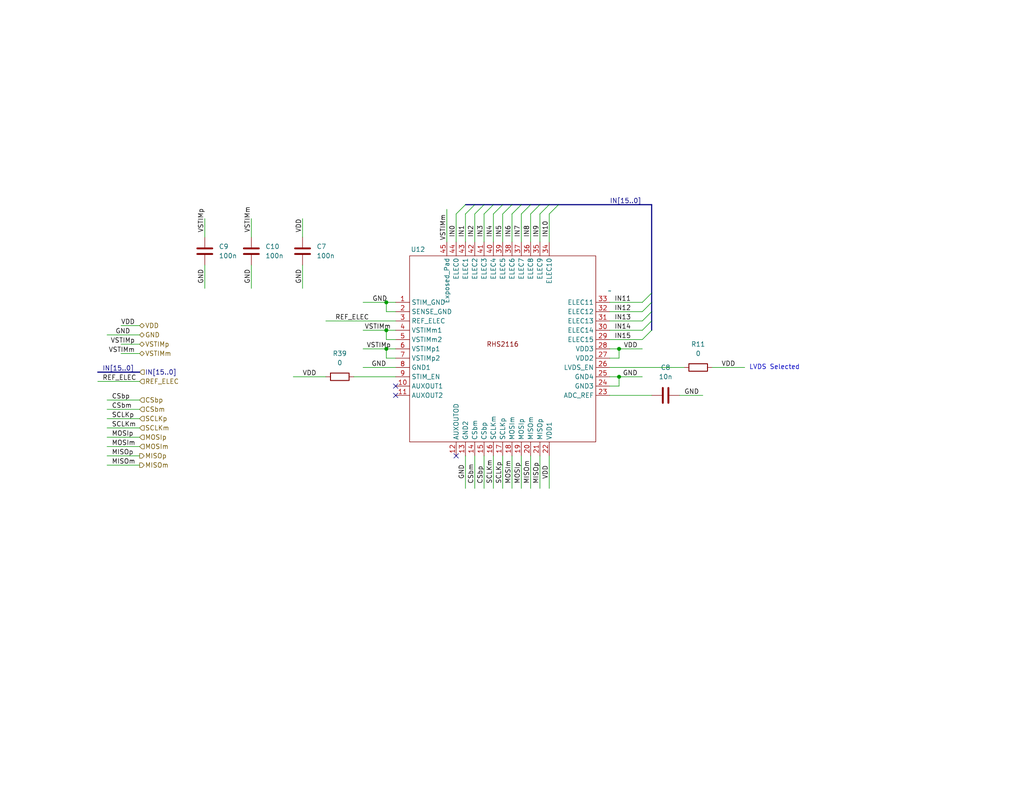
<source format=kicad_sch>
(kicad_sch (version 20231120) (generator "eeschema") (generator_version "8.0")
  (paper "USLetter")
  (title_block (title "Iris-128S") (date "2024-04-12") (rev "1.0.0") (company "OpenIC"))
  (lib_symbols
    (symbol "Device:C" (pin_numbers hide) (pin_names (offset 0.254))
      (property "Reference" "C" (at 0.635 2.54 0))
      (property "Value" "C" (at 0.635 -2.54 0))
      (symbol "C_0_1"
        (polyline (pts (xy -2.032 -0.762) (xy 2.032 -0.762)) (stroke (width 0.508)))
        (polyline (pts (xy -2.032 0.762) (xy 2.032 0.762)) (stroke (width 0.508)))
      )
      (symbol "C_1_1"
        (pin passive line (at 0 3.81 270) (length 2.794) (name "~") (number "1"))
        (pin passive line (at 0 -3.81 90) (length 2.794) (name "~") (number "2"))
      )
    )
    (symbol "Device:R" (pin_numbers hide) (pin_names (offset 0))
      (property "Reference" "R" (at 2.032 0 90))
      (property "Value" "R" (at 0 0 90))
      (symbol "R_0_1"
        (rectangle (start -1.016 -2.54) (end 1.016 2.54) (stroke (width 0.254)))
      )
      (symbol "R_1_1"
        (pin passive line (at 0 3.81 270) (length 1.27) (name "~") (number "1"))
        (pin passive line (at 0 -3.81 90) (length 1.27) (name "~") (number "2"))
      )
    )
    (symbol "openic_main:RHS2116"
      (property "Reference" "U" (at 1.27 13.97 0))
      (symbol "RHS2116_0_1"
        (rectangle (start 0 12.7) (end 50.8 -38.1))
      )
      (symbol "RHS2116_1_1"
        (text "RHS2116" (at 25.4 -11.43 0) (effects (font (size 1.27 1.27))))
        (pin power_in line (at -3.81 0 0) (length 3.81) (name "STIM_GND") (number "1"))
        (pin output line (at -3.81 -22.86 0) (length 3.81) (name "AUXOUT1") (number "10"))
        (pin output line (at -3.81 -25.4 0) (length 3.81) (name "AUXOUT2") (number "11"))
        (pin output line (at 12.7 -41.91 90) (length 3.81) (name "AUXOUTOD") (number "12"))
        (pin power_in line (at 15.24 -41.91 90) (length 3.81) (name "GND2") (number "13"))
        (pin input line (at 17.78 -41.91 90) (length 3.81) (name "CSbm") (number "14"))
        (pin input line (at 20.32 -41.91 90) (length 3.81) (name "CSbp") (number "15"))
        (pin input line (at 22.86 -41.91 90) (length 3.81) (name "SCLKm") (number "16"))
        (pin input line (at 25.4 -41.91 90) (length 3.81) (name "SCLKp") (number "17"))
        (pin input line (at 27.94 -41.91 90) (length 3.81) (name "MOSIm") (number "18"))
        (pin input line (at 30.48 -41.91 90) (length 3.81) (name "MOSIp") (number "19"))
        (pin power_in line (at -3.81 -2.54 0) (length 3.81) (name "SENSE_GND") (number "2"))
        (pin output line (at 33.02 -41.91 90) (length 3.81) (name "MISOm") (number "20"))
        (pin output line (at 35.56 -41.91 90) (length 3.81) (name "MISOp") (number "21"))
        (pin power_in line (at 38.1 -41.91 90) (length 3.81) (name "VDD1") (number "22"))
        (pin input line (at 54.61 -25.4 180) (length 3.81) (name "ADC_REF") (number "23"))
        (pin power_in line (at 54.61 -22.86 180) (length 3.81) (name "GND3") (number "24"))
        (pin power_in line (at 54.61 -20.32 180) (length 3.81) (name "GND4") (number "25"))
        (pin input line (at 54.61 -17.78 180) (length 3.81) (name "LVDS_EN") (number "26"))
        (pin power_in line (at 54.61 -15.24 180) (length 3.81) (name "VDD2") (number "27"))
        (pin power_in line (at 54.61 -12.7 180) (length 3.81) (name "VDD3") (number "28"))
        (pin input line (at 54.61 -10.16 180) (length 3.81) (name "ELEC15") (number "29"))
        (pin input line (at -3.81 -5.08 0) (length 3.81) (name "REF_ELEC") (number "3"))
        (pin input line (at 54.61 -7.62 180) (length 3.81) (name "ELEC14") (number "30"))
        (pin input line (at 54.61 -5.08 180) (length 3.81) (name "ELEC13") (number "31"))
        (pin input line (at 54.61 -2.54 180) (length 3.81) (name "ELEC12") (number "32"))
        (pin input line (at 54.61 0 180) (length 3.81) (name "ELEC11") (number "33"))
        (pin input line (at 38.1 16.51 270) (length 3.81) (name "ELEC10") (number "34"))
        (pin input line (at 35.56 16.51 270) (length 3.81) (name "ELEC9") (number "35"))
        (pin input line (at 33.02 16.51 270) (length 3.81) (name "ELEC8") (number "36"))
        (pin input line (at 30.48 16.51 270) (length 3.81) (name "ELEC7") (number "37"))
        (pin input line (at 27.94 16.51 270) (length 3.81) (name "ELEC6") (number "38"))
        (pin input line (at 25.4 16.51 270) (length 3.81) (name "ELEC5") (number "39"))
        (pin power_in line (at -3.81 -7.62 0) (length 3.81) (name "VSTIMm1") (number "4"))
        (pin input line (at 22.86 16.51 270) (length 3.81) (name "ELEC4") (number "40"))
        (pin input line (at 20.32 16.51 270) (length 3.81) (name "ELEC3") (number "41"))
        (pin input line (at 17.78 16.51 270) (length 3.81) (name "ELEC2") (number "42"))
        (pin input line (at 15.24 16.51 270) (length 3.81) (name "ELEC1") (number "43"))
        (pin input line (at 12.7 16.51 270) (length 3.81) (name "ELEC0") (number "44"))
        (pin power_in line (at 10.16 16.51 270) (length 3.81) (name "Exposed_Pad") (number "45"))
        (pin power_in line (at -3.81 -10.16 0) (length 3.81) (name "VSTIMm2") (number "5"))
        (pin power_in line (at -3.81 -12.7 0) (length 3.81) (name "VSTIMp1") (number "6"))
        (pin power_in line (at -3.81 -15.24 0) (length 3.81) (name "VSTIMp2") (number "7"))
        (pin power_in line (at -3.81 -17.78 0) (length 3.81) (name "GND1") (number "8"))
        (pin input line (at -3.81 -20.32 0) (length 3.81) (name "STIM_EN") (number "9"))
      )
    )
  )
  (junction (at 105.41 82.55))
  (junction (at 105.41 95.25))
  (junction (at 168.91 95.25))
  (junction (at 168.91 102.87))
  (junction (at 105.41 90.17))
  (no_connect (at 107.95 107.95))
  (no_connect (at 107.95 105.41))
  (no_connect (at 124.46 124.46))
  (bus_entry (at 142.24 58.42) (size 2.54 -2.54))
  (bus_entry (at 175.26 85.09) (size 2.54 -2.54))
  (bus_entry (at 149.86 58.42) (size 2.54 -2.54))
  (bus_entry (at 175.26 87.63) (size 2.54 -2.54))
  (bus_entry (at 137.16 58.42) (size 2.54 -2.54))
  (bus_entry (at 175.26 90.17) (size 2.54 -2.54))
  (bus_entry (at 127 58.42) (size 2.54 -2.54))
  (bus_entry (at 124.46 58.42) (size 2.54 -2.54))
  (bus_entry (at 134.62 58.42) (size 2.54 -2.54))
  (bus_entry (at 147.32 58.42) (size 2.54 -2.54))
  (bus_entry (at 139.7 58.42) (size 2.54 -2.54))
  (bus_entry (at 144.78 58.42) (size 2.54 -2.54))
  (bus_entry (at 132.08 58.42) (size 2.54 -2.54))
  (bus_entry (at 129.54 58.42) (size 2.54 -2.54))
  (bus_entry (at 175.26 82.55) (size 2.54 -2.54))
  (bus_entry (at 175.26 92.71) (size 2.54 -2.54))
  (bus (pts (xy 129.54 55.88) (xy 132.08 55.88)))
  (wire (pts (xy 82.55 59.69) (xy 82.55 64.77)))
  (wire (pts (xy 99.06 82.55) (xy 105.41 82.55)))
  (bus (pts (xy 177.8 55.88) (xy 177.8 80.01)))
  (wire (pts (xy 107.95 92.71) (xy 105.41 92.71)))
  (wire (pts (xy 166.37 97.79) (xy 168.91 97.79)))
  (wire (pts (xy 185.42 107.95) (xy 191.77 107.95)))
  (wire (pts (xy 29.21 109.22) (xy 38.1 109.22)))
  (wire (pts (xy 144.78 58.42) (xy 144.78 66.04)))
  (wire (pts (xy 96.52 102.87) (xy 107.95 102.87)))
  (wire (pts (xy 99.06 95.25) (xy 105.41 95.25)))
  (wire (pts (xy 33.02 96.52) (xy 38.1 96.52)))
  (wire (pts (xy 144.78 133.35) (xy 144.78 124.46)))
  (wire (pts (xy 168.91 105.41) (xy 168.91 102.87)))
  (wire (pts (xy 29.21 114.3) (xy 38.1 114.3)))
  (bus (pts (xy 177.8 82.55) (xy 177.8 85.09)))
  (wire (pts (xy 137.16 58.42) (xy 137.16 66.04)))
  (wire (pts (xy 142.24 58.42) (xy 142.24 66.04)))
  (wire (pts (xy 194.31 100.33) (xy 203.2 100.33)))
  (wire (pts (xy 105.41 95.25) (xy 107.95 95.25)))
  (wire (pts (xy 132.08 133.35) (xy 132.08 124.46)))
  (wire (pts (xy 105.41 92.71) (xy 105.41 90.17)))
  (wire (pts (xy 129.54 133.35) (xy 129.54 124.46)))
  (wire (pts (xy 166.37 95.25) (xy 168.91 95.25)))
  (wire (pts (xy 132.08 58.42) (xy 132.08 66.04)))
  (wire (pts (xy 55.88 72.39) (xy 55.88 78.74)))
  (wire (pts (xy 127 124.46) (xy 127 133.35)))
  (wire (pts (xy 168.91 97.79) (xy 168.91 95.25)))
  (wire (pts (xy 68.58 59.69) (xy 68.58 64.77)))
  (wire (pts (xy 29.21 119.38) (xy 38.1 119.38)))
  (wire (pts (xy 147.32 58.42) (xy 147.32 66.04)))
  (wire (pts (xy 29.21 127) (xy 38.1 127)))
  (bus (pts (xy 147.32 55.88) (xy 149.86 55.88)))
  (wire (pts (xy 166.37 105.41) (xy 168.91 105.41)))
  (wire (pts (xy 168.91 95.25) (xy 175.26 95.25)))
  (bus (pts (xy 177.8 85.09) (xy 177.8 87.63)))
  (wire (pts (xy 105.41 82.55) (xy 107.95 82.55)))
  (wire (pts (xy 134.62 133.35) (xy 134.62 124.46)))
  (wire (pts (xy 99.06 100.33) (xy 107.95 100.33)))
  (wire (pts (xy 166.37 87.63) (xy 175.26 87.63)))
  (wire (pts (xy 105.41 90.17) (xy 107.95 90.17)))
  (wire (pts (xy 134.62 58.42) (xy 134.62 66.04)))
  (wire (pts (xy 105.41 85.09) (xy 105.41 82.55)))
  (wire (pts (xy 33.02 88.9) (xy 38.1 88.9)))
  (bus (pts (xy 144.78 55.88) (xy 147.32 55.88)))
  (wire (pts (xy 124.46 58.42) (xy 124.46 66.04)))
  (wire (pts (xy 149.86 124.46) (xy 149.86 133.35)))
  (bus (pts (xy 177.8 80.01) (xy 177.8 82.55)))
  (wire (pts (xy 166.37 107.95) (xy 177.8 107.95)))
  (wire (pts (xy 166.37 92.71) (xy 175.26 92.71)))
  (wire (pts (xy 139.7 133.35) (xy 139.7 124.46)))
  (wire (pts (xy 166.37 102.87) (xy 168.91 102.87)))
  (wire (pts (xy 137.16 133.35) (xy 137.16 124.46)))
  (wire (pts (xy 33.02 93.98) (xy 38.1 93.98)))
  (wire (pts (xy 29.21 116.84) (xy 38.1 116.84)))
  (wire (pts (xy 149.86 58.42) (xy 149.86 66.04)))
  (wire (pts (xy 99.06 90.17) (xy 105.41 90.17)))
  (bus (pts (xy 142.24 55.88) (xy 144.78 55.88)))
  (wire (pts (xy 68.58 72.39) (xy 68.58 78.74)))
  (wire (pts (xy 88.9 87.63) (xy 107.95 87.63)))
  (wire (pts (xy 29.21 124.46) (xy 38.1 124.46)))
  (wire (pts (xy 168.91 102.87) (xy 175.26 102.87)))
  (bus (pts (xy 139.7 55.88) (xy 142.24 55.88)))
  (wire (pts (xy 166.37 85.09) (xy 175.26 85.09)))
  (wire (pts (xy 147.32 133.35) (xy 147.32 124.46)))
  (wire (pts (xy 105.41 97.79) (xy 105.41 95.25)))
  (wire (pts (xy 82.55 72.39) (xy 82.55 78.74)))
  (bus (pts (xy 137.16 55.88) (xy 139.7 55.88)))
  (wire (pts (xy 142.24 133.35) (xy 142.24 124.46)))
  (wire (pts (xy 29.21 91.44) (xy 38.1 91.44)))
  (wire (pts (xy 166.37 90.17) (xy 175.26 90.17)))
  (bus (pts (xy 177.8 87.63) (xy 177.8 90.17)))
  (bus (pts (xy 149.86 55.88) (xy 152.4 55.88)))
  (bus (pts (xy 132.08 55.88) (xy 134.62 55.88)))
  (wire (pts (xy 29.21 121.92) (xy 38.1 121.92)))
  (wire (pts (xy 166.37 100.33) (xy 186.69 100.33)))
  (wire (pts (xy 139.7 58.42) (xy 139.7 66.04)))
  (wire (pts (xy 55.88 59.69) (xy 55.88 64.77)))
  (bus (pts (xy 152.4 55.88) (xy 177.8 55.88)))
  (bus (pts (xy 127 55.88) (xy 129.54 55.88)))
  (bus (pts (xy 26.67 101.6) (xy 38.1 101.6)))
  (wire (pts (xy 107.95 97.79) (xy 105.41 97.79)))
  (wire (pts (xy 26.67 104.14) (xy 38.1 104.14)))
  (bus (pts (xy 134.62 55.88) (xy 137.16 55.88)))
  (wire (pts (xy 29.21 111.76) (xy 38.1 111.76)))
  (wire (pts (xy 129.54 58.42) (xy 129.54 66.04)))
  (wire (pts (xy 80.01 102.87) (xy 88.9 102.87)))
  (wire (pts (xy 121.92 57.15) (xy 121.92 66.04)))
  (wire (pts (xy 107.95 85.09) (xy 105.41 85.09)))
  (wire (pts (xy 166.37 82.55) (xy 175.26 82.55)))
  (wire (pts (xy 127 58.42) (xy 127 66.04)))
  (text "LVDS Selected" (at 211.328 100.33 0) (effects (font (size 1.27 1.27))))
  (label "IN13" (at 167.64 87.63 0))
  (label "IN5" (at 137.16 64.77 90))
  (label "GND" (at 173.99 102.87 180))
  (label "GND" (at 105.41 100.33 180))
  (label "IN0" (at 124.46 64.77 90))
  (label "VDD" (at 200.66 100.33 180))
  (label "SCLKp" (at 137.16 132.08 90))
  (label "MOSIm" (at 139.7 132.08 90))
  (label "CSbp" (at 30.48 109.22 0))
  (label "VDD" (at 149.86 130.81 90))
  (label "GND" (at 127 130.81 90))
  (label "IN6" (at 139.7 64.77 90))
  (label "VSTIMm" (at 121.92 58.42 270))
  (label "IN14" (at 167.64 90.17 0))
  (label "VSTIMp" (at 106.68 95.25 180))
  (label "IN4" (at 134.62 64.77 90))
  (label "MISOm" (at 30.48 127 0))
  (label "MISOp" (at 147.32 132.08 90))
  (label "GND" (at 186.69 107.95 0))
  (label "IN[15..0]" (at 27.94 101.6 0))
  (label "SCLKp" (at 30.48 114.3 0))
  (label "IN2" (at 129.54 64.77 90))
  (label "VDD" (at 173.99 95.25 180))
  (label "IN12" (at 167.64 85.09 0))
  (label "IN[15..0]" (at 166.37 55.88 0))
  (label "MISOp" (at 30.48 124.46 0))
  (label "REF_ELEC" (at 91.44 87.63 0))
  (label "IN1" (at 127 64.77 90))
  (label "GND" (at 101.6 82.55 0))
  (label "VSTIMm" (at 36.83 96.52 180))
  (label "CSbm" (at 30.48 111.76 0))
  (label "IN7" (at 142.24 64.77 90))
  (label "VDD" (at 86.36 102.87 180))
  (label "SCLKm" (at 30.48 116.84 0))
  (label "VSTIMp" (at 36.83 93.98 180))
  (label "GND" (at 35.56 91.44 180))
  (label "IN8" (at 144.78 64.77 90))
  (label "GND" (at 55.88 77.47 90))
  (label "CSbm" (at 129.54 132.08 90))
  (label "MISOm" (at 144.78 132.08 90))
  (label "REF_ELEC" (at 27.94 104.14 0))
  (label "CSbp" (at 132.08 132.08 90))
  (label "GND" (at 68.58 77.47 90))
  (label "IN9" (at 147.32 64.77 90))
  (label "VDD" (at 36.83 88.9 180))
  (label "VSTIMm" (at 106.68 90.17 180))
  (label "GND" (at 82.55 77.47 90))
  (label "MOSIp" (at 30.48 119.38 0))
  (label "IN15" (at 167.64 92.71 0))
  (label "MOSIp" (at 142.24 132.08 90))
  (label "MOSIm" (at 30.48 121.92 0))
  (label "SCLKm" (at 134.62 132.08 90))
  (label "VSTIMm" (at 68.58 63.5 90))
  (label "VSTIMp" (at 55.88 63.5 90))
  (label "VDD" (at 82.55 63.5 90))
  (label "IN11" (at 167.64 82.55 0))
  (label "IN3" (at 132.08 64.77 90))
  (label "IN10" (at 149.86 64.77 90))
  (hierarchical_label "CSbm" (shape input) (at 38.1 111.76 0))
  (hierarchical_label "MISOm" (shape output) (at 38.1 127 0))
  (hierarchical_label "VSTIMm" (shape bidirectional) (at 38.1 96.52 0))
  (hierarchical_label "MOSIm" (shape input) (at 38.1 121.92 0))
  (hierarchical_label "IN[15..0]" (shape input) (at 38.1 101.6 0))
  (hierarchical_label "GND" (shape bidirectional) (at 38.1 91.44 0))
  (hierarchical_label "VDD" (shape bidirectional) (at 38.1 88.9 0))
  (hierarchical_label "VSTIMp" (shape bidirectional) (at 38.1 93.98 0))
  (hierarchical_label "REF_ELEC" (shape input) (at 38.1 104.14 0))
  (hierarchical_label "CSbp" (shape input) (at 38.1 109.22 0))
  (hierarchical_label "MOSIp" (shape input) (at 38.1 119.38 0))
  (hierarchical_label "SCLKm" (shape input) (at 38.1 116.84 0))
  (hierarchical_label "MISOp" (shape output) (at 38.1 124.46 0))
  (hierarchical_label "SCLKp" (shape input) (at 38.1 114.3 0))
  (symbol (lib_id "Device:R") (at 190.5 100.33 90) (unit 1)
    (property "Reference" "R11" (at 190.5 93.98 90))
    (property "Value" "0" (at 190.5 96.52 90))
    (property "Footprint" "Resistor_SMD:R_0201_0603Metric" (effects (hide yes)))
    (property "Description" "Resistor" (effects (hide yes)))
    (property "MPN" "RC0201FR-070RL" (effects (hide yes)))
    (property "Manufacturer" "Yageo" (effects (hide yes)))
  )
  (symbol (lib_id "Device:C") (at 181.61 107.95 90) (unit 1)
    (property "Reference" "C8" (at 181.61 100.33 90))
    (property "Value" "10n" (at 181.61 102.87 90))
    (property "Footprint" "Capacitor_SMD:C_0201_0603Metric" (effects (hide yes)))
    (property "Description" "Unpolarized capacitor" (effects (hide yes)))
    (property "MPN" "GRM033R61C103KA12D" (effects (hide yes)))
    (property "Manufacturer" "Murata Electronics" (effects (hide yes)))
  )
  (symbol (lib_id "Device:R") (at 92.71 102.87 90) (unit 1)
    (property "Reference" "R39" (at 92.71 96.52 90))
    (property "Value" "0" (at 92.71 99.06 90))
    (property "Footprint" "Resistor_SMD:R_0201_0603Metric" (effects (hide yes)))
    (property "Description" "Resistor" (effects (hide yes)))
    (property "MPN" "RC0201FR-070RL" (effects (hide yes)))
    (property "Manufacturer" "Yageo" (effects (hide yes)))
  )
  (symbol (lib_id "Device:C") (at 55.88 68.58 0) (unit 1)
    (property "Reference" "C9" (at 59.69 67.3099 0) (effects (justify left)))
    (property "Value" "100n" (at 59.69 69.8499 0) (effects (justify left)))
    (property "Footprint" "Capacitor_SMD:C_0201_0603Metric" (effects (hide yes)))
    (property "Description" "Unpolarized capacitor" (effects (hide yes)))
    (property "MPN" "C0603X5R1C104K030BC" (effects (hide yes)))
    (property "Manufacturer" "TDK" (effects (hide yes)))
  )
  (symbol (lib_id "Device:C") (at 82.55 68.58 0) (unit 1)
    (property "Reference" "C7" (at 86.36 67.3099 0) (effects (justify left)))
    (property "Value" "100n" (at 86.36 69.8499 0) (effects (justify left)))
    (property "Footprint" "Capacitor_SMD:C_0201_0603Metric" (effects (hide yes)))
    (property "Description" "Unpolarized capacitor" (effects (hide yes)))
    (property "MPN" "C0603X5R1C104K030BC" (effects (hide yes)))
    (property "Manufacturer" "TDK" (effects (hide yes)))
  )
  (symbol (lib_id "Device:C") (at 68.58 68.58 0) (unit 1)
    (property "Reference" "C10" (at 72.39 67.3099 0) (effects (justify left)))
    (property "Value" "100n" (at 72.39 69.8499 0) (effects (justify left)))
    (property "Footprint" "Capacitor_SMD:C_0201_0603Metric" (effects (hide yes)))
    (property "Description" "Unpolarized capacitor" (effects (hide yes)))
    (property "MPN" "C0603X5R1C104K030BC" (effects (hide yes)))
    (property "Manufacturer" "TDK" (effects (hide yes)))
  )
  (symbol (lib_id "openic_main:RHS2116") (at 111.76 82.55 0) (unit 1)
    (property "Reference" "U12" (at 114.046 68.1034 0))
    (property "Value" "~" (at 166.37 79.4065 0))
    (property "Footprint" "openic:QFN-44-1EP_7x7mm_P0.5mm_EP5.4x5.4mm" (effects (hide yes)))
    (property "Description" "16-Ch Neural Rec/Stim" (effects (hide yes)))
    (property "MPN" "RHS2116" (effects (hide yes)))
    (property "Manufacturer" "Intan Technologies" (effects (hide yes)))
  )
)
</source>
